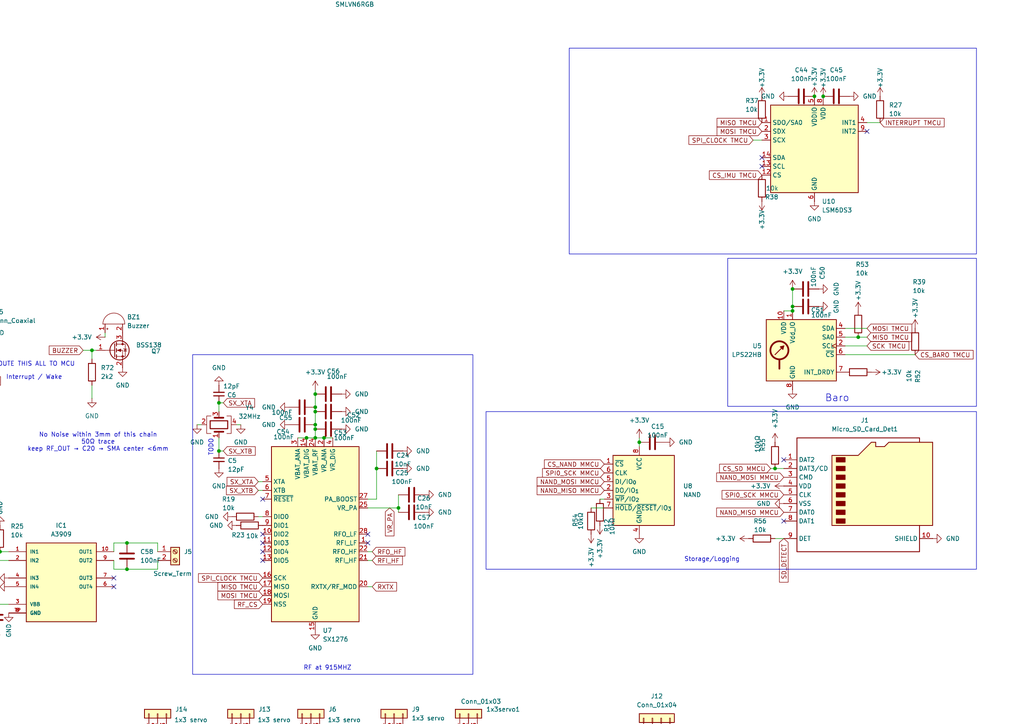
<source format=kicad_sch>
(kicad_sch (version 20250114) (generator "eeschema") (generator_version "9.0")
  (paper "A4")
  (rectangle (start 55.88 102.87) (end 137.16 195.58))
  (rectangle (start 211.074 74.93) (end 283.21 117.856))
  (rectangle (start 140.97 119.38) (end 283.21 165.1))
  (rectangle (start 165.1 13.97) (end 283.21 73.66))
  (text "Motor Dir" (at -17.018 162.814 0) (effects (font (size 1.27 1.27))))
  (text "TODO" (at 61.214 129.794 90) (effects (font (size 1.27 1.27))))
  (text "C4's ground connects to a low-impedance \nground plane with a via right at the pad." (at -52.832 65.024 0) (effects (font (size 1.27 1.27))))
  (text "Storage/Logging" (at 206.502 162.306 0) (effects (font (size 1.27 1.27))))
  (text "ROUTE THIS ALL TO MCU" (at 9.906 105.664 0) (effects (font (size 1.27 1.27))))
  (text "Baro" (at 242.824 115.57 0) (effects (font (size 2.032 2.032))))
  (text "Interrupt / Wake" (at 9.906 109.474 0) (effects (font (size 1.27 1.27))))
  (text "No Noise within 3mm of this chain\n50 Ω trace\nkeep RF_OUT → C20 → SMA center < 6 mm" (at 28.448 128.27 0) (effects (font (size 1.27 1.27))))
  (text "RF at 915MHZ" (at 94.996 193.802 0) (effects (font (size 1.27 1.27))))
  (junction (at -83.82 90.17))
  (junction (at 224.79 135.89))
  (junction (at 238.76 27.94))
  (junction (at 38.1 278.13))
  (junction (at 63.5 116.84))
  (junction (at 26.67 101.6))
  (junction (at -27.94 104.14))
  (junction (at 248.92 97.79))
  (junction (at -25.4 134.62))
  (junction (at 93.98 127))
  (junction (at 91.44 -15.24))
  (junction (at 229.87 88.9))
  (junction (at 115.57 147.32))
  (junction (at 36.83 165.1))
  (junction (at 36.83 157.48))
  (junction (at 88.9 127))
  (junction (at 91.44 -10.16))
  (junction (at 229.87 83.82))
  (junction (at 91.44 123.19))
  (junction (at 38.1 266.7))
  (junction (at -25.4 83.82))
  (junction (at -27.94 109.22))
  (junction (at 91.44 127))
  (junction (at -25.4 86.36))
  (junction (at 109.22 135.89))
  (junction (at 91.44 124.46))
  (junction (at 74.93 276.86))
  (junction (at -15.24 91.44))
  (junction (at -2.54 162.56))
  (junction (at 185.42 128.27))
  (junction (at 74.93 265.43))
  (junction (at 91.44 114.3))
  (junction (at 63.5 130.81))
  (junction (at 0 160.02))
  (junction (at 229.87 90.17))
  (junction (at 91.44 118.11))
  (junction (at -88.9 134.62))
  (junction (at -1.27 175.26))
  (junction (at 236.22 27.94))
  (junction (at 91.44 119.38))
  (no_connect (at -83.82 109.22))
  (no_connect (at -83.82 124.46))
  (no_connect (at -27.94 124.46))
  (no_connect (at 76.2 154.94))
  (no_connect (at -83.82 86.36))
  (no_connect (at 106.68 157.48))
  (no_connect (at -83.82 99.06))
  (no_connect (at 76.2 144.78))
  (no_connect (at -83.82 127))
  (no_connect (at -83.82 121.92))
  (no_connect (at -83.82 111.76))
  (no_connect (at 76.2 160.02))
  (no_connect (at 227.33 151.13))
  (no_connect (at -83.82 81.28))
  (no_connect (at -27.94 132.08))
  (no_connect (at 220.98 48.26))
  (no_connect (at -83.82 104.14))
  (no_connect (at -83.82 83.82))
  (no_connect (at -83.82 93.98))
  (no_connect (at 220.98 45.72))
  (no_connect (at -27.94 111.76))
  (no_connect (at -83.82 101.6))
  (no_connect (at 227.33 133.35))
  (no_connect (at 33.02 167.64))
  (no_connect (at 106.68 154.94))
  (no_connect (at -27.94 129.54))
  (no_connect (at 33.02 170.18))
  (no_connect (at -83.82 129.54))
  (no_connect (at -83.82 116.84))
  (no_connect (at 76.2 162.56))
  (no_connect (at 76.2 157.48))
  (no_connect (at -83.82 96.52))
  (no_connect (at -83.82 106.68))
  (no_connect (at -83.82 132.08))
  (no_connect (at -83.82 119.38))
  (no_connect (at -27.94 127))
  (no_connect (at 251.46 38.1))
  (wire (pts (xy 91.44 -15.24) (xy 91.44 -10.16)))
  (wire (pts (xy 67.31 265.43) (xy 74.93 265.43)))
  (wire (pts (xy 185.42 127) (xy 185.42 128.27)))
  (wire (pts (xy 77.47 265.43) (xy 77.47 266.7)))
  (wire (pts (xy 106.68 147.32) (xy 115.57 147.32)))
  (wire (pts (xy 223.52 135.89) (xy 224.79 135.89)))
  (wire (pts (xy 71.12 276.86) (xy 67.31 280.67)))
  (wire (pts (xy 38.1 266.7) (xy 38.1 267.97)))
  (wire (pts (xy 251.46 95.25) (xy 245.11 95.25)))
  (wire (pts (xy 57.15 123.19) (xy 58.42 123.19)))
  (wire (pts (xy 45.72 212.09) (xy 45.72 222.25)))
  (wire (pts (xy 224.79 156.21) (xy 227.33 156.21)))
  (wire (pts (xy 30.48 96.52) (xy 30.48 97.79)))
  (wire (pts (xy 74.93 139.7) (xy 76.2 139.7)))
  (wire (pts (xy 229.87 88.9) (xy 229.87 90.17)))
  (wire (pts (xy -83.82 90.17) (xy -83.82 88.9)))
  (wire (pts (xy -22.86 110.49) (xy -27.94 110.49)))
  (wire (pts (xy 26.67 101.6) (xy 27.94 101.6)))
  (wire (pts (xy 36.83 157.48) (xy 45.72 157.48)))
  (wire (pts (xy -27.94 88.9) (xy -25.4 88.9)))
  (wire (pts (xy 90.17 222.25) (xy 90.17 212.09)))
  (wire (pts (xy 255.27 35.56) (xy 251.46 35.56)))
  (wire (pts (xy -8.89 175.26) (xy -1.27 175.26)))
  (wire (pts (xy 251.46 100.33) (xy 245.11 100.33)))
  (wire (pts (xy 86.36 127) (xy 88.9 127)))
  (wire (pts (xy 97.79 -10.16) (xy 91.44 -10.16)))
  (wire (pts (xy 91.44 118.11) (xy 91.44 119.38)))
  (wire (pts (xy 24.13 101.6) (xy 26.67 101.6)))
  (wire (pts (xy -27.94 81.28) (xy -25.4 81.28)))
  (wire (pts (xy -15.24 91.44) (xy -11.43 91.44)))
  (wire (pts (xy 107.95 160.02) (xy 106.68 160.02)))
  (wire (pts (xy 38.1 279.4) (xy 38.1 278.13)))
  (wire (pts (xy -27.94 86.36) (xy -25.4 86.36)))
  (wire (pts (xy 91.44 -10.16) (xy 91.44 -5.08)))
  (wire (pts (xy -24.13 83.82) (xy -25.4 83.82)))
  (wire (pts (xy -2.54 162.56) (xy 2.54 162.56)))
  (wire (pts (xy -25.4 81.28) (xy -25.4 83.82)))
  (wire (pts (xy 74.93 276.86) (xy 71.12 276.86)))
  (wire (pts (xy -27.94 101.6) (xy -19.05 101.6)))
  (wire (pts (xy -27.94 104.14) (xy -27.94 105.41)))
  (wire (pts (xy 106.68 144.78) (xy 109.22 144.78)))
  (wire (pts (xy 91.44 123.19) (xy 91.44 124.46)))
  (wire (pts (xy 227.33 90.17) (xy 229.87 90.17)))
  (wire (pts (xy -25.4 83.82) (xy -25.4 86.36)))
  (wire (pts (xy 115.57 147.32) (xy 115.57 148.59)))
  (wire (pts (xy 265.43 102.87) (xy 245.11 102.87)))
  (wire (pts (xy 171.45 147.32) (xy 175.26 147.32)))
  (wire (pts (xy 33.02 165.1) (xy 33.02 162.56)))
  (wire (pts (xy 91.44 113.03) (xy 91.44 114.3)))
  (wire (pts (xy 107.95 170.18) (xy 106.68 170.18)))
  (wire (pts (xy 69.85 123.19) (xy 68.58 123.19)))
  (wire (pts (xy -95.25 134.62) (xy -88.9 134.62)))
  (wire (pts (xy 69.85 222.25) (xy 69.85 212.09)))
  (wire (pts (xy -87.63 90.17) (xy -83.82 90.17)))
  (wire (pts (xy -1.27 175.26) (xy 2.54 175.26)))
  (wire (pts (xy -27.94 105.41) (xy -24.13 105.41)))
  (wire (pts (xy 74.93 142.24) (xy 76.2 142.24)))
  (wire (pts (xy 109.22 135.89) (xy 109.22 144.78)))
  (wire (pts (xy 224.79 135.89) (xy 227.33 135.89)))
  (wire (pts (xy 218.44 40.64) (xy 220.98 40.64)))
  (wire (pts (xy -20.32 91.44) (xy -15.24 91.44)))
  (wire (pts (xy 107.95 162.56) (xy 106.68 162.56)))
  (wire (pts (xy 64.77 130.81) (xy 63.5 130.81)))
  (wire (pts (xy 36.83 165.1) (xy 45.72 165.1)))
  (wire (pts (xy 173.99 144.78) (xy 175.26 144.78)))
  (wire (pts (xy 74.93 287.02) (xy 74.93 285.75)))
  (wire (pts (xy -88.9 134.62) (xy -83.82 134.62)))
  (wire (pts (xy 248.92 97.79) (xy 245.11 97.79)))
  (wire (pts (xy 40.64 266.7) (xy 40.64 267.97)))
  (wire (pts (xy -25.4 134.62) (xy -27.94 134.62)))
  (wire (pts (xy -27.94 110.49) (xy -27.94 109.22)))
  (wire (pts (xy 26.67 111.76) (xy 26.67 115.57)))
  (wire (pts (xy 97.79 -15.24) (xy 91.44 -15.24)))
  (wire (pts (xy 88.9 127) (xy 91.44 127)))
  (wire (pts (xy 33.02 165.1) (xy 36.83 165.1)))
  (wire (pts (xy 30.48 266.7) (xy 38.1 266.7)))
  (wire (pts (xy 115.57 143.51) (xy 115.57 147.32)))
  (wire (pts (xy 91.44 -5.08) (xy 97.79 -5.08)))
  (wire (pts (xy 114.3 222.25) (xy 114.3 212.09)))
  (wire (pts (xy 91.44 -19.05) (xy 91.44 -15.24)))
  (wire (pts (xy 185.42 128.27) (xy 185.42 129.54)))
  (wire (pts (xy 93.98 127) (xy 96.52 127)))
  (wire (pts (xy -5.08 160.02) (xy 0 160.02)))
  (wire (pts (xy 0 160.02) (xy 2.54 160.02)))
  (wire (pts (xy 26.67 101.6) (xy 26.67 104.14)))
  (wire (pts (xy 63.5 116.84) (xy 63.5 119.38)))
  (wire (pts (xy 38.1 278.13) (xy 34.29 278.13)))
  (wire (pts (xy -5.08 162.56) (xy -2.54 162.56)))
  (wire (pts (xy 38.1 288.29) (xy 38.1 287.02)))
  (wire (pts (xy -83.82 90.17) (xy -83.82 91.44)))
  (wire (pts (xy 229.87 83.82) (xy 229.87 88.9)))
  (wire (pts (xy 63.5 130.81) (xy 63.5 127)))
  (wire (pts (xy -27.94 83.82) (xy -25.4 83.82)))
  (wire (pts (xy -25.4 86.36) (xy -25.4 88.9)))
  (wire (pts (xy 45.72 157.48) (xy 45.72 160.02)))
  (wire (pts (xy 91.44 127) (xy 93.98 127)))
  (wire (pts (xy 74.93 278.13) (xy 74.93 276.86)))
  (wire (pts (xy 33.02 157.48) (xy 33.02 160.02)))
  (wire (pts (xy 135.89 222.25) (xy 135.89 212.09)))
  (wire (pts (xy 74.93 149.86) (xy 76.2 149.86)))
  (wire (pts (xy 109.22 130.81) (xy 109.22 135.89)))
  (wire (pts (xy 91.44 114.3) (xy 91.44 118.11)))
  (wire (pts (xy 91.44 124.46) (xy 91.44 127)))
  (wire (pts (xy -10.16 110.49) (xy -15.24 110.49)))
  (wire (pts (xy 74.93 265.43) (xy 74.93 266.7)))
  (wire (pts (xy 34.29 278.13) (xy 30.48 281.94)))
  (wire (pts (xy -21.59 134.62) (xy -25.4 134.62)))
  (wire (pts (xy 33.02 157.48) (xy 36.83 157.48)))
  (wire (pts (xy 91.44 119.38) (xy 91.44 123.19)))
  (wire (pts (xy 64.77 116.84) (xy 63.5 116.84)))
  (wire (pts (xy 251.46 97.79) (xy 248.92 97.79)))
  (wire (pts (xy 45.72 165.1) (xy 45.72 162.56)))
  (global_label "I2C0_SDA" (shape input) (at -27.94 121.92 0) (property "Intersheetrefs" "${INTERSHEET_REFS}" (effects (hide yes))))
  (global_label "SPI0_SCK MMCU" (shape input) (at 175.26 137.16 180) (property "Intersheetrefs" "${INTERSHEET_REFS}" (effects (hide yes))))
  (global_label "RXTX" (shape input) (at 107.95 170.18 0) (property "Intersheetrefs" "${INTERSHEET_REFS}" (effects (hide yes))))
  (global_label "MOSI TMCU" (shape input) (at 76.2 172.72 180) (property "Intersheetrefs" "${INTERSHEET_REFS}" (effects (hide yes))))
  (global_label "CS_SD MMCU" (shape input) (at 223.52 135.89 180) (property "Intersheetrefs" "${INTERSHEET_REFS}" (effects (hide yes))))
  (global_label "BGM_INT" (shape input) (at -10.16 110.49 0) (property "Intersheetrefs" "${INTERSHEET_REFS}" (effects (hide yes))))
  (global_label "2R" (shape input) (at 115.57 -15.24 0) (property "Intersheetrefs" "${INTERSHEET_REFS}" (effects (hide yes))))
  (global_label "RFI_HF" (shape input) (at 107.95 162.56 0) (property "Intersheetrefs" "${INTERSHEET_REFS}" (effects (hide yes))))
  (global_label "mosfet2_signalfire" (shape input) (at 82.55 279.4 270) (property "Intersheetrefs" "${INTERSHEET_REFS}" (effects (hide yes))))
  (global_label "2G" (shape input) (at 115.57 -10.16 0) (property "Intersheetrefs" "${INTERSHEET_REFS}" (effects (hide yes))))
  (global_label "BGM_CS" (shape input) (at -27.94 114.3 0) (property "Intersheetrefs" "${INTERSHEET_REFS}" (effects (hide yes))))
  (global_label "mosfet3_signal" (shape input) (at 97.79 234.95 270) (property "Intersheetrefs" "${INTERSHEET_REFS}" (effects (hide yes))))
  (global_label "PWM1" (shape input) (at -5.08 160.02 180) (property "Intersheetrefs" "${INTERSHEET_REFS}" (effects (hide yes))))
  (global_label "INTERRUPT TMCU" (shape input) (at 255.27 35.56 0) (property "Intersheetrefs" "${INTERSHEET_REFS}" (effects (hide yes))))
  (global_label "SPI_CLOCK TMCU" (shape input) (at 218.44 40.64 180) (property "Intersheetrefs" "${INTERSHEET_REFS}" (effects (hide yes))))
  (global_label "2B" (shape input) (at 115.57 -5.08 0) (property "Intersheetrefs" "${INTERSHEET_REFS}" (effects (hide yes))))
  (global_label "SPI_CLOCK TMCU" (shape input) (at 76.2 167.64 180) (property "Intersheetrefs" "${INTERSHEET_REFS}" (effects (hide yes))))
  (global_label "MISO TMCU" (shape input) (at 76.2 170.18 180) (property "Intersheetrefs" "${INTERSHEET_REFS}" (effects (hide yes))))
  (global_label "SERVO1" (shape input) (at 43.18 212.09 270) (property "Intersheetrefs" "${INTERSHEET_REFS}" (effects (hide yes))))
  (global_label "CS_BARO TMCU" (shape input) (at 265.43 102.87 0) (property "Intersheetrefs" "${INTERSHEET_REFS}" (effects (hide yes))))
  (global_label "DIR1" (shape input) (at -5.08 162.56 180) (property "Intersheetrefs" "${INTERSHEET_REFS}" (effects (hide yes))))
  (global_label "mosfet2_signal" (shape input) (at 77.47 234.95 270) (property "Intersheetrefs" "${INTERSHEET_REFS}" (effects (hide yes))))
  (global_label "BUZZER" (shape input) (at 24.13 101.6 180) (property "Intersheetrefs" "${INTERSHEET_REFS}" (effects (hide yes))))
  (global_label "SX_XTB" (shape input) (at 74.93 142.24 180) (property "Intersheetrefs" "${INTERSHEET_REFS}" (effects (hide yes))))
  (global_label "SERVO5" (shape input) (at 133.35 212.09 270) (property "Intersheetrefs" "${INTERSHEET_REFS}" (effects (hide yes))))
  (global_label "VR_PA" (shape input) (at 113.03 147.32 270) (property "Intersheetrefs" "${INTERSHEET_REFS}" (effects (hide yes))))
  (global_label "NAND_MOSI MMCU" (shape input) (at 227.33 138.43 180) (property "Intersheetrefs" "${INTERSHEET_REFS}" (effects (hide yes))))
  (global_label "SWCLK DMCU-1" (shape input) (at -27.94 116.84 0) (property "Intersheetrefs" "${INTERSHEET_REFS}" (effects (hide yes))))
  (global_label "CS_NAND MMCU" (shape input) (at 175.26 134.62 180) (property "Intersheetrefs" "${INTERSHEET_REFS}" (effects (hide yes))))
  (global_label "MOSI TMCU" (shape input) (at 251.46 95.25 0) (property "Intersheetrefs" "${INTERSHEET_REFS}" (effects (hide yes))))
  (global_label "RF_CS" (shape input) (at 76.2 175.26 180) (property "Intersheetrefs" "${INTERSHEET_REFS}" (effects (hide yes))))
  (global_label "SERVO2" (shape input) (at 67.31 212.09 270) (property "Intersheetrefs" "${INTERSHEET_REFS}" (effects (hide yes))))
  (global_label "NAND_MISO MMCU" (shape input) (at 227.33 148.59 180) (property "Intersheetrefs" "${INTERSHEET_REFS}" (effects (hide yes))))
  (global_label "NAND_MOSI MMCU" (shape input) (at 175.26 139.7 180) (property "Intersheetrefs" "${INTERSHEET_REFS}" (effects (hide yes))))
  (global_label "SERVO3" (shape input) (at 87.63 212.09 270) (property "Intersheetrefs" "${INTERSHEET_REFS}" (effects (hide yes))))
  (global_label "SX_XTB" (shape input) (at 64.77 130.81 0) (property "Intersheetrefs" "${INTERSHEET_REFS}" (effects (hide yes))))
  (global_label "MISO TMCU" (shape input) (at 220.98 35.56 180) (property "Intersheetrefs" "${INTERSHEET_REFS}" (effects (hide yes))))
  (global_label "RFO_HF" (shape input) (at 107.95 160.02 0) (property "Intersheetrefs" "${INTERSHEET_REFS}" (effects (hide yes))))
  (global_label "SD_DETECT" (shape input) (at 227.33 156.21 270) (property "Intersheetrefs" "${INTERSHEET_REFS}" (effects (hide yes))))
  (global_label "BGM_RESET" (shape input) (at -16.51 105.41 0) (property "Intersheetrefs" "${INTERSHEET_REFS}" (effects (hide yes))))
  (global_label "CAM_RX" (shape input) (at 191.77 213.36 270) (property "Intersheetrefs" "${INTERSHEET_REFS}" (effects (hide yes))))
  (global_label "SERVO4" (shape input) (at 111.76 212.09 270) (property "Intersheetrefs" "${INTERSHEET_REFS}" (effects (hide yes))))
  (global_label "SX_XTA" (shape input) (at 74.93 139.7 180) (property "Intersheetrefs" "${INTERSHEET_REFS}" (effects (hide yes))))
  (global_label "SCK TMCU" (shape input) (at 251.46 100.33 0) (property "Intersheetrefs" "${INTERSHEET_REFS}" (effects (hide yes))))
  (global_label "NAND_MISO MMCU" (shape input) (at 175.26 142.24 180) (property "Intersheetrefs" "${INTERSHEET_REFS}" (effects (hide yes))))
  (global_label "SPI0_SCK MMCU" (shape input) (at 227.33 143.51 180) (property "Intersheetrefs" "${INTERSHEET_REFS}" (effects (hide yes))))
  (global_label "CS_IMU TMCU" (shape input) (at 220.98 50.8 180) (property "Intersheetrefs" "${INTERSHEET_REFS}" (effects (hide yes))))
  (global_label "I2C0_SCL" (shape input) (at -27.94 119.38 0) (property "Intersheetrefs" "${INTERSHEET_REFS}" (effects (hide yes))))
  (global_label "mosfet4_signal" (shape input) (at 121.92 234.95 270) (property "Intersheetrefs" "${INTERSHEET_REFS}" (effects (hide yes))))
  (global_label "CAM_TX" (shape input) (at 194.31 213.36 270) (property "Intersheetrefs" "${INTERSHEET_REFS}" (effects (hide yes))))
  (global_label "mosfet1_signalfire" (shape input) (at 45.72 280.67 270) (property "Intersheetrefs" "${INTERSHEET_REFS}" (effects (hide yes))))
  (global_label "mosfet1_signal" (shape input) (at 53.34 234.95 270) (property "Intersheetrefs" "${INTERSHEET_REFS}" (effects (hide yes))))
  (global_label "MOSI TMCU" (shape input) (at 220.98 38.1 180) (property "Intersheetrefs" "${INTERSHEET_REFS}" (effects (hide yes))))
  (global_label "SX_XTA" (shape input) (at 64.77 116.84 0) (property "Intersheetrefs" "${INTERSHEET_REFS}" (effects (hide yes))))
  (global_label "mosfet5_signal" (shape input) (at 143.51 234.95 270) (property "Intersheetrefs" "${INTERSHEET_REFS}" (effects (hide yes))))
  (global_label "MISO TMCU" (shape input) (at 251.46 97.79 0) (property "Intersheetrefs" "${INTERSHEET_REFS}" (effects (hide yes))))
  (symbol (lib_id "Connector:Conn_Coaxial") (at -6.35 91.44 0) (unit 1)
    (property "Reference" "J25" (at -2.54 90.4631 0) (effects (justify left)))
    (property "Value" "Conn_Coaxial" (at -2.54 93.0031 0) (effects (justify left)))
    (property "Footprint" "SMA_CONNECTOR:LPRS_SMA_CONNECTOR" (effects (hide yes)))
    (property "Description" "coaxial connector (BNC, SMA, SMB, SMC, Cinch/RCA, LEMO, ...)" (effects (hide yes)))
  )
  (symbol (lib_id "power:+3.3V") (at -27.94 104.14 270) (unit 1)
    (property "Reference" "#PWR018" (effects (hide yes)))
    (property "Value" "+3.3V" (at -29.21 102.362 90) (effects (justify left)))
    (property "Description" "Power symbol creates a global label with name \"+3.3V\"" (effects (hide yes)))
  )
  (symbol (lib_id "power:GND") (at 227.33 146.05 270) (unit 1)
    (property "Reference" "#PWR068" (effects (hide yes)))
    (property "Value" "GND" (at 223.52 146.0499 90) (effects (justify right)))
    (property "Description" "Power symbol creates a global label with name \"GND\" , ground" (effects (hide yes)))
  )
  (symbol (lib_id "Device:C") (at 119.38 143.51 90) (unit 1)
    (property "Reference" "C26" (at 122.936 144.526 90))
    (property "Value" "10nF" (at 122.936 147.066 90))
    (property "Footprint" "Capacitor_SMD:C_0603_1608Metric" (effects (hide yes)))
    (property "Description" "Unpolarized capacitor" (effects (hide yes)))
  )
  (symbol (lib_id "power:GND") (at 35.56 106.68 0) (unit 1)
    (property "Reference" "#PWR0121" (effects (hide yes)))
    (property "Value" "GND" (at 35.56 111.76 0))
    (property "Description" "Power symbol creates a global label with name \"GND\" , ground" (effects (hide yes)))
  )
  (symbol (lib_id "RF:SX1276") (at 91.44 154.94 0) (unit 1)
    (property "Reference" "U7" (at 93.5833 182.88 0) (effects (justify left)))
    (property "Value" "SX1276" (at 93.5833 185.42 0) (effects (justify left)))
    (property "Footprint" "Package_DFN_QFN:QFN-28-1EP_6x6mm_P0.65mm_EP4.8x4.8mm" (effects (hide yes)))
    (property "Datasheet" "https://semtech.my.salesforce.com/sfc/p/#E0000000JelG/a/2R0000001Rbr/6EfVZUorrpoKFfvaF_Fkpgp5kzjiNyiAbqcpqh9qSjE" (effects (hide yes)))
    (property "Description" "137 MHz to 1020 MHz Low Power Long Range Transceiver, spreading factor from 6 to 12, LoRA, QFN-28" (effects (hide yes)))
  )
  (symbol (lib_id "Device:R") (at -20.32 105.41 90) (unit 1)
    (property "Reference" "R1" (at -20.32 102.87 90))
    (property "Value" "10 kΩ" (at -20.32 105.41 90))
    (property "Footprint" "Resistor_SMD:R_0603_1608Metric" (effects (hide yes)))
    (property "Description" "Resistor" (effects (hide yes)))
  )
  (symbol (lib_id "power:GND") (at 270.51 156.21 90) (unit 1)
    (property "Reference" "#PWR069" (effects (hide yes)))
    (property "Value" "GND" (at 274.32 156.2099 90) (effects (justify right)))
    (property "Description" "Power symbol creates a global label with name \"GND\" , ground" (effects (hide yes)))
  )
  (symbol (lib_id "Device:C") (at -25.4 138.43 180) (unit 1)
    (property "Reference" "C2" (at -20.32 137.1599 0) (effects (justify right)))
    (property "Value" "100 nF" (at -20.32 139.6999 0) (effects (justify right)))
    (property "Footprint" "Capacitor_SMD:C_0603_1608Metric" (effects (hide yes)))
    (property "Description" "Unpolarized capacitor" (effects (hide yes)))
  )
  (symbol (lib_id "Device:L") (at -24.13 91.44 90) (unit 1)
    (property "Reference" "L3" (at -21.844 86.868 90))
    (property "Value" "3.9 nH" (at -21.844 89.408 90))
    (property "Footprint" "Inductor_SMD:L_0603_1608Metric" (effects (hide yes)))
    (property "Description" "Inductor" (effects (hide yes)))
  )
  (symbol (lib_id "power:+3.3V") (at 248.92 90.17 0) (unit 1)
    (property "Reference" "#PWR0114" (effects (hide yes)))
    (property "Value" "+3.3V" (at 248.92 84.328 90))
    (property "Description" "Power symbol creates a global label with name \"+3.3V\"" (effects (hide yes)))
  )
  (symbol (lib_id "power:GND") (at 2.54 177.8 0) (unit 1)
    (property "Reference" "#PWR082" (effects (hide yes)))
    (property "Value" "GND" (at 2.54 180.848 90) (effects (justify right)))
    (property "Description" "Power symbol creates a global label with name \"GND\" , ground" (effects (hide yes)))
  )
  (symbol (lib_id "power:GND") (at -25.4 142.24 0) (unit 1)
    (property "Reference" "#PWR05" (effects (hide yes)))
    (property "Value" "GND" (at -25.4 147.32 0))
    (property "Description" "Power symbol creates a global label with name \"GND\" , ground" (effects (hide yes)))
  )
  (symbol (lib_id "power:GND") (at 138.43 212.09 0) (unit 1)
    (property "Reference" "#PWR0117" (effects (hide yes)))
    (property "Value" "GND" (at 138.4301 215.9 90) (effects (justify right)))
    (property "Description" "Power symbol creates a global label with name \"GND\" , ground" (effects (hide yes)))
  )
  (symbol (lib_id "Device:LED") (at 67.31 269.24 270) (unit 1)
    (property "Reference" "D4" (at 62.23 267.716 90) (effects (justify left)))
    (property "Value" "LED" (at 61.214 269.494 90) (effects (justify left)))
    (property "Footprint" "LED_SMD:LED_0603_1608Metric" (effects (hide yes)))
    (property "Description" "Light emitting diode" (effects (hide yes)))
    (property "Sim.Pins" "1=K 2=A" (effects (hide yes)))
  )
  (symbol (lib_id "power:GND") (at 67.31 149.86 270) (unit 1)
    (property "Reference" "#PWR075" (effects (hide yes)))
    (property "Value" "GND" (at 63.5 149.8599 90) (effects (justify right)))
    (property "Description" "Power symbol creates a global label with name \"GND\" , ground" (effects (hide yes)))
  )
  (symbol (lib_id "power:+5V") (at -8.89 175.26 90) (unit 1)
    (property "Reference" "#PWR081" (effects (hide yes)))
    (property "Value" "+5V" (at -12.7 175.2599 90) (effects (justify left)))
    (property "Description" "Power symbol creates a global label with name \"+5V\"" (effects (hide yes)))
  )
  (symbol (lib_id "Device:R") (at -2.54 158.75 0) (unit 1)
    (property "Reference" "R24" (at -9.144 155.194 0) (effects (justify left)))
    (property "Value" "10k" (at -9.144 157.734 0) (effects (justify left)))
    (property "Footprint" "Resistor_SMD:R_0603_1608Metric" (effects (hide yes)))
    (property "Description" "Resistor" (effects (hide yes)))
  )
  (symbol (lib_id "power:GND") (at 2.54 170.18 270) (unit 1)
    (property "Reference" "#PWR0161" (effects (hide yes)))
    (property "Value" "GND" (at 0 170.1799 90) (effects (justify right)))
    (property "Description" "Power symbol creates a global label with name \"GND\" , ground" (effects (hide yes)))
  )
  (symbol (lib_id "Device:C") (at 242.57 27.94 270) (unit 1)
    (property "Reference" "C45" (at 242.57 20.32 90))
    (property "Value" "100nF" (at 242.57 22.86 90))
    (property "Footprint" "Capacitor_SMD:C_0603_1608Metric" (effects (hide yes)))
    (property "Description" "Unpolarized capacitor" (effects (hide yes)))
  )
  (symbol (lib_id "Device:Buzzer") (at 33.02 93.98 90) (unit 1)
    (property "Reference" "BZ1" (at 36.83 91.9548 90) (effects (justify right)))
    (property "Value" "Buzzer" (at 36.83 94.4948 90) (effects (justify right)))
    (property "Footprint" "Buzzer_Beeper:MagneticBuzzer_PUI_AT-0927-TT-6-R" (effects (hide yes)))
    (property "Description" "Buzzer, polarized" (effects (hide yes)))
  )
  (symbol (lib_id "Transistor_FET:IRLML6402") (at 77.47 271.78 180) (unit 1)
    (property "Reference" "Q9" (at 71.12 270.5099 0) (effects (justify left)))
    (property "Value" "IRLML6402" (at 71.12 273.0499 0) (effects (justify left)))
    (property "Footprint" "Package_TO_SOT_SMD:SOT-23" (effects (hide yes)))
    (property "Datasheet" "https://www.infineon.com/dgdl/irlml6402pbf.pdf?fileId=5546d462533600a401535668d5c2263c" (effects (hide yes)))
    (property "Description" "-3.7A Id, -20V Vds, 65mOhm Rds, P-Channel HEXFET Power MOSFET, SOT-23" (effects (hide yes)))
  )
  (symbol (lib_id "power:+3.3V") (at 224.79 128.27 0) (unit 1)
    (property "Reference" "#PWR0128" (effects (hide yes)))
    (property "Value" "+3.3V" (at 224.7901 124.46 90) (effects (justify left)))
    (property "Description" "Power symbol creates a global label with name \"+3.3V\"" (effects (hide yes)))
  )
  (symbol (lib_id "power:GND") (at 123.19 148.59 90) (unit 1)
    (property "Reference" "#PWR0159" (effects (hide yes)))
    (property "Value" "GND" (at 127 148.5899 90) (effects (justify right)))
    (property "Description" "Power symbol creates a global label with name \"GND\" , ground" (effects (hide yes)))
  )
  (symbol (lib_id "power:GND") (at -87.63 90.17 270) (unit 1)
    (property "Reference" "#PWR015" (effects (hide yes)))
    (property "Value" "GND" (at -90.17 90.1699 90) (effects (justify right)))
    (property "Description" "Power symbol creates a global label with name \"GND\" , ground" (effects (hide yes)))
  )
  (symbol (lib_id "Device:C") (at 113.03 130.81 90) (unit 1)
    (property "Reference" "C24" (at 116.84 132.08 90))
    (property "Value" "10nF" (at 116.84 134.62 90))
    (property "Footprint" "Capacitor_SMD:C_0603_1608Metric" (effects (hide yes)))
    (property "Description" "Unpolarized capacitor" (effects (hide yes)))
  )
  (symbol (lib_id "power:GND") (at -2.54 154.94 180) (unit 1)
    (property "Reference" "#PWR084" (effects (hide yes)))
    (property "Value" "GND" (at -2.54 151.892 90) (effects (justify right)))
    (property "Description" "Power symbol creates a global label with name \"GND\" , ground" (effects (hide yes)))
  )
  (symbol (lib_id "power:GND") (at 57.15 123.19 0) (unit 1)
    (property "Reference" "#PWR0237" (effects (hide yes)))
    (property "Value" "GND" (at 57.15 128.27 0))
    (property "Description" "Power symbol creates a global label with name \"GND\" , ground" (effects (hide yes)))
  )
  (symbol (lib_id "Connector_Generic:Conn_01x04") (at 189.23 208.28 90) (unit 1)
    (property "Reference" "J12" (at 190.5 201.93 90))
    (property "Value" "Conn_01x04" (at 190.5 204.47 90))
    (property "Footprint" "Connector_PinHeader_2.54mm:PinHeader_1x04_P2.54mm_Vertical" (effects (hide yes)))
    (property "Description" "Generic connector, single row, 01x04, script generated (kicad-library-utils/schlib/autogen/connector/)" (effects (hide yes)))
  )
  (symbol (lib_id "power:GND") (at 48.26 267.97 90) (unit 1)
    (property "Reference" "#PWR0176" (effects (hide yes)))
    (property "Value" "GND" (at 53.34 267.9699 90) (effects (justify right)))
    (property "Description" "Power symbol creates a global label with name \"GND\" , ground" (effects (hide yes)))
  )
  (symbol (lib_id "Transistor_FET:IRLML6402") (at 48.26 227.33 180) (unit 1)
    (property "Reference" "Q1" (at 41.91 226.0599 0) (effects (justify left)))
    (property "Value" "IRLML6402" (at 41.91 228.5999 0) (effects (justify left)))
    (property "Footprint" "Package_TO_SOT_SMD:SOT-23" (effects (hide yes)))
    (property "Datasheet" "https://www.infineon.com/dgdl/irlml6402pbf.pdf?fileId=5546d462533600a401535668d5c2263c" (effects (hide yes)))
    (property "Description" "-3.7A Id, -20V Vds, 65mOhm Rds, P-Channel HEXFET Power MOSFET, SOT-23" (effects (hide yes)))
  )
  (symbol (lib_id "LED:SMLVN6RGB") (at 102.87 -10.16 180) (unit 1)
    (property "Reference" "D16" (effects (hide yes)))
    (property "Value" "SMLVN6RGB" (at 102.87 1.27 0))
    (property "Footprint" "LED_SMD:LED_ROHM_SMLVN6" (effects (hide yes)))
    (property "Datasheet" "https://www.rohm.com/datasheet/SMLVN6RGB1U" (effects (hide yes)))
    (property "Description" "High Brightness Tri-Color LED, RGB, 3.5x2.8mm" (effects (hide yes)))
  )
  (symbol (lib_id "power:+3.3V") (at 265.43 95.25 0) (unit 1)
    (property "Reference" "#PWR0112" (effects (hide yes)))
    (property "Value" "+3.3V" (at 265.43 89.408 90))
    (property "Description" "Power symbol creates a global label with name \"+3.3V\"" (effects (hide yes)))
  )
  (symbol (lib_id "Connector:Screw_Terminal_01x02") (at 74.93 260.35 90) (unit 1)
    (property "Reference" "J20" (at 66.04 254.254 90) (effects (justify right)))
    (property "Value" "Screw_Terminal_01x02" (at 66.04 256.794 90) (effects (justify right)))
    (property "Footprint" "TerminalBlock_Phoenix:TerminalBlock_Phoenix_MPT-0,5-2-2.54_1x02_P2.54mm_Horizontal" (effects (hide yes)))
    (property "Description" "Generic screw terminal, single row, 01x02, script generated (kicad-library-utils/schlib/autogen/connector/)" (effects (hide yes)))
  )
  (symbol (lib_id "power:+3.3V") (at 171.45 154.94 180) (unit 1)
    (property "Reference" "#PWR0127" (effects (hide yes)))
    (property "Value" "+3.3V" (at 171.4499 158.75 90) (effects (justify left)))
    (property "Description" "Power symbol creates a global label with name \"+3.3V\"" (effects (hide yes)))
  )
  (symbol (lib_id "Device:C") (at 87.63 118.11 90) (unit 1)
    (property "Reference" "C55" (at 84.836 121.158 90) (effects (justify left)))
    (property "Value" "100nF" (at 84.836 119.634 90) (effects (justify left)))
    (property "Footprint" "Capacitor_SMD:C_0603_1608Metric" (effects (hide yes)))
    (property "Description" "Unpolarized capacitor" (effects (hide yes)))
  )
  (symbol (lib_id "power:+3.3V") (at 255.27 27.94 0) (unit 1)
    (property "Reference" "#PWR093" (effects (hide yes)))
    (property "Value" "+3.3V" (at 255.27 22.606 90))
    (property "Description" "Power symbol creates a global label with name \"+3.3V\"" (effects (hide yes)))
  )
  (symbol (lib_id "Device:C") (at -1.27 179.07 180) (unit 1)
    (property "Reference" "C23" (at -7.112 180.848 90))
    (property "Value" "100 nF" (at -4.826 181.864 90))
    (property "Footprint" "Capacitor_SMD:C_0603_1608Metric" (effects (hide yes)))
    (property "Description" "Unpolarized capacitor" (effects (hide yes)))
  )
  (symbol (lib_id "Device:R") (at 71.12 149.86 90) (unit 1)
    (property "Reference" "R19" (at 66.294 144.78 90))
    (property "Value" "10k" (at 66.294 147.32 90))
    (property "Footprint" "Resistor_SMD:R_0603_1608Metric" (effects (hide yes)))
    (property "Description" "Resistor" (effects (hide yes)))
  )
  (symbol (lib_id "power:GND") (at 246.38 27.94 90) (unit 1)
    (property "Reference" "#PWR091" (effects (hide yes)))
    (property "Value" "GND" (at 250.19 27.9399 90) (effects (justify right)))
    (property "Description" "Power symbol creates a global label with name \"GND\" , ground" (effects (hide yes)))
  )
  (symbol (lib_id "Device:C") (at 36.83 161.29 0) (unit 1)
    (property "Reference" "C58" (at 40.64 160.0199 0) (effects (justify left)))
    (property "Value" "100nF" (at 40.64 162.5599 0) (effects (justify left)))
    (property "Footprint" "Capacitor_SMD:C_0603_1608Metric" (effects (hide yes)))
    (property "Description" "Unpolarized capacitor" (effects (hide yes)))
  )
  (symbol (lib_id "power:GND") (at 85.09 266.7 90) (unit 1)
    (property "Reference" "#PWR0178" (effects (hide yes)))
    (property "Value" "GND" (at 90.17 266.6999 90) (effects (justify right)))
    (property "Description" "Power symbol creates a global label with name \"GND\" , ground" (effects (hide yes)))
  )
  (symbol (lib_id "power:GND") (at 116.84 135.89 90) (unit 1)
    (property "Reference" "#PWR0157" (effects (hide yes)))
    (property "Value" "GND" (at 120.65 135.8899 90) (effects (justify right)))
    (property "Description" "Power symbol creates a global label with name \"GND\" , ground" (effects (hide yes)))
  )
  (symbol (lib_id "power:GND") (at 63.5 111.76 180) (unit 1)
    (property "Reference" "#PWR0148" (effects (hide yes)))
    (property "Value" "GND" (at 63.5 106.68 0))
    (property "Description" "Power symbol creates a global label with name \"GND\" , ground" (effects (hide yes)))
  )
  (symbol (lib_id "power:+3.3V") (at 217.17 156.21 90) (unit 1)
    (property "Reference" "#PWR0129" (effects (hide yes)))
    (property "Value" "+3.3V" (at 213.36 156.2099 90) (effects (justify left)))
    (property "Description" "Power symbol creates a global label with name \"+3.3V\"" (effects (hide yes)))
  )
  (symbol (lib_id "power:+3.3V") (at 229.87 83.82 0) (unit 1)
    (property "Reference" "#PWR063" (effects (hide yes)))
    (property "Value" "+3.3V" (at 229.87 78.74 0))
    (property "Description" "Power symbol creates a global label with name \"+3.3V\"" (effects (hide yes)))
  )
  (symbol (lib_id "power:GND") (at 116.84 130.81 90) (unit 1)
    (property "Reference" "#PWR0156" (effects (hide yes)))
    (property "Value" "GND" (at 120.65 130.8099 90) (effects (justify right)))
    (property "Description" "Power symbol creates a global label with name \"GND\" , ground" (effects (hide yes)))
  )
  (symbol (lib_id "Device:R") (at 74.93 281.94 180) (unit 1)
    (property "Reference" "R80" (at 77.216 280.67 0) (effects (justify right)))
    (property "Value" "10k" (at 77.216 283.21 0) (effects (justify right)))
    (property "Footprint" "Resistor_SMD:R_0603_1608Metric" (effects (hide yes)))
    (property "Description" "Resistor" (effects (hide yes)))
  )
  (symbol (lib_id "Device:R") (at 72.39 152.4 90) (unit 1)
    (property "Reference" "R23" (at 69.088 155.194 90))
    (property "Value" "10k" (at 73.152 155.448 90))
    (property "Footprint" "Resistor_SMD:R_0603_1608Metric" (effects (hide yes)))
    (property "Description" "Resistor" (effects (hide yes)))
  )
  (symbol (lib_id "Memory_Flash:W25Q128JVS") (at 185.42 142.24 0) (unit 1)
    (property "Reference" "U8" (at 198.12 140.9699 0) (effects (justify left)))
    (property "Value" "NAND" (at 198.12 143.5099 0) (effects (justify left)))
    (property "Footprint" "Package_SO:SOIC-8_5.3x5.3mm_P1.27mm" (effects (hide yes)))
    (property "Datasheet" "https://www.winbond.com/resource-files/w25q128jv_dtr%20revc%2003272018%20plus.pdf" (effects (hide yes)))
    (property "Description" "128Mbit / 16MiB Serial Flash Memory, Standard/Dual/Quad SPI, 2.7-3.6V, SOIC-8" (effects (hide yes)))
  )
  (symbol (lib_id "Device:C") (at 95.25 119.38 270) (unit 1)
    (property "Reference" "C52" (at 100.584 120.396 90) (effects (justify left)))
    (property "Value" "100nF" (at 98.806 121.92 90) (effects (justify left)))
    (property "Footprint" "Capacitor_SMD:C_0603_1608Metric" (effects (hide yes)))
    (property "Description" "Unpolarized capacitor" (effects (hide yes)))
  )
  (symbol (lib_id "Device:R") (at 111.76 -5.08 270) (unit 1)
    (property "Reference" "R92" (at 111.76 -5.334 90))
    (property "Value" "220" (at 111.76 -7.366 90))
    (property "Footprint" "Resistor_SMD:R_0603_1608Metric" (effects (hide yes)))
    (property "Description" "Resistor" (effects (hide yes)))
  )
  (symbol (lib_id "power:GND") (at 193.04 128.27 90) (unit 1)
    (property "Reference" "#PWR0115" (effects (hide yes)))
    (property "Value" "GND" (at 196.85 128.2699 90) (effects (justify right)))
    (property "Description" "Power symbol creates a global label with name \"GND\" , ground" (effects (hide yes)))
  )
  (symbol (lib_id "Device:R") (at 67.31 276.86 0) (unit 1)
    (property "Reference" "R59" (at 58.674 275.336 0) (effects (justify left)))
    (property "Value" "1k" (at 58.674 277.876 0) (effects (justify left)))
    (property "Footprint" "Resistor_SMD:R_0603_1608Metric" (effects (hide yes)))
    (property "Description" "Resistor" (effects (hide yes)))
  )
  (symbol (lib_id "Device:R") (at 224.79 132.08 0) (unit 1)
    (property "Reference" "R55" (at 221.234 129.032 90))
    (property "Value" "10kΩ" (at 219.71 128.778 90))
    (property "Footprint" "Resistor_SMD:R_0603_1608Metric" (effects (hide yes)))
    (property "Description" "Resistor" (effects (hide yes)))
  )
  (symbol (lib_id "Device:R") (at 121.92 231.14 180) (unit 1)
    (property "Reference" "R66" (at 124.46 229.8699 0) (effects (justify right)))
    (property "Value" "100" (at 124.46 232.4099 0) (effects (justify right)))
    (property "Footprint" "Resistor_SMD:R_0603_1608Metric" (effects (hide yes)))
    (property "Description" "Resistor" (effects (hide yes)))
  )
  (symbol (lib_id "Device:R") (at 111.76 -10.16 270) (unit 1)
    (property "Reference" "R91" (at 111.76 -10.16 90))
    (property "Value" "220" (at 111.76 -12.7 90))
    (property "Footprint" "Resistor_SMD:R_0603_1608Metric" (effects (hide yes)))
    (property "Description" "Resistor" (effects (hide yes)))
  )
  (symbol (lib_id "Sensor_Motion:LSM6DS3") (at 236.22 43.18 0) (unit 1)
    (property "Reference" "U10" (at 238.3633 58.42 0) (effects (justify left)))
    (property "Value" "LSM6DS3" (at 238.3633 60.96 0) (effects (justify left)))
    (property "Footprint" "Package_LGA:LGA-14_3x2.5mm_P0.5mm_LayoutBorder3x4y" (effects (hide yes)))
    (property "Datasheet" "https://www.st.com/resource/en/datasheet/lsm6ds3tr-c.pdf" (effects (hide yes)))
    (property "Description" "I2C/SPI, iNEMO inertial module: always-on 3D accelerometer and 3D gyroscope" (effects (hide yes)))
  )
  (symbol (lib_id "A3909:A3909") (at 17.78 167.64 0) (unit 1)
    (property "Reference" "IC1" (at 17.78 152.4 0))
    (property "Value" "A3909" (at 17.78 154.94 0))
    (property "Footprint" "A3909:MSOP10-PAD" (effects (hide yes)))
    (property "MF" "Allegro MicroSystems, LLC" (effects (hide yes)))
    (property "Description_1" "Dual Full Bridge Motor Driver" (effects (hide yes)))
    (property "Package" "None" (effects (hide yes)))
    (property "Price" "None" (effects (hide yes)))
    (property "SnapEDA_Link" "https://www.snapeda.com/parts/A3909/Allegro/view-part/?ref=snap" (effects (hide yes)))
    (property "MP" "A3909" (effects (hide yes)))
    (property "Availability" "In Stock" (effects (hide yes)))
    (property "Check_prices" "https://www.snapeda.com/parts/A3909/Allegro/view-part/?ref=eda" (effects (hide yes)))
  )
  (symbol (lib_id "Device:R") (at 220.98 54.61 180) (unit 1)
    (property "Reference" "R38" (at 225.806 57.15 0) (effects (justify left)))
    (property "Value" "10k" (at 225.806 54.61 0) (effects (justify left)))
    (property "Footprint" "Resistor_SMD:R_0603_1608Metric" (effects (hide yes)))
    (property "Description" "Resistor" (effects (hide yes)))
  )
  (symbol (lib_id "Device:R") (at 143.51 231.14 180) (unit 1)
    (property "Reference" "R67" (at 146.05 229.8699 0) (effects (justify right)))
    (property "Value" "100" (at 146.05 232.4099 0) (effects (justify right)))
    (property "Footprint" "Resistor_SMD:R_0603_1608Metric" (effects (hide yes)))
    (property "Description" "Resistor" (effects (hide yes)))
  )
  (symbol (lib_id "power:GND") (at 123.19 143.51 90) (unit 1)
    (property "Reference" "#PWR0158" (effects (hide yes)))
    (property "Value" "GND" (at 127 143.5099 90) (effects (justify right)))
    (property "Description" "Power symbol creates a global label with name \"GND\" , ground" (effects (hide yes)))
  )
  (symbol (lib_id "power:+3.3V") (at 252.73 107.95 270) (unit 1)
    (property "Reference" "#PWR0113" (effects (hide yes)))
    (property "Value" "+3.3V" (at 258.572 107.95 90))
    (property "Description" "Power symbol creates a global label with name \"+3.3V\"" (effects (hide yes)))
  )
  (symbol (lib_id "Device:R") (at 265.43 99.06 0) (unit 1)
    (property "Reference" "R39" (at 264.668 81.788 0) (effects (justify left)))
    (property "Value" "10k" (at 264.668 84.328 0) (effects (justify left)))
    (property "Footprint" "Resistor_SMD:R_0603_1608Metric" (effects (hide yes)))
    (property "Description" "Resistor" (effects (hide yes)))
  )
  (symbol (lib_id "Device:Polyfuse") (at 81.28 266.7 90) (unit 1)
    (property "Reference" "F2" (at 81.28 260.35 90))
    (property "Value" "Polyfuse" (at 81.28 262.89 90))
    (property "Footprint" "Fuse:Fuse_0603_1608Metric" (effects (hide yes)))
    (property "Description" "Resettable fuse, polymeric positive temperature coefficient" (effects (hide yes)))
  )
  (symbol (lib_id "power:+3.3V") (at 238.76 27.94 0) (unit 1)
    (property "Reference" "#PWR089" (effects (hide yes)))
    (property "Value" "+3.3V" (at 238.76 22.606 90))
    (property "Description" "Power symbol creates a global label with name \"+3.3V\"" (effects (hide yes)))
  )
  (symbol (lib_id "power:GND") (at -24.13 83.82 90) (unit 1)
    (property "Reference" "#PWR020" (effects (hide yes)))
    (property "Value" "GND" (at -23.876 81.28 90) (effects (justify right)))
    (property "Description" "Power symbol creates a global label with name \"GND\" , ground" (effects (hide yes)))
  )
  (symbol (lib_id "power:GND") (at 83.82 123.19 270) (unit 1)
    (property "Reference" "#PWR086" (effects (hide yes)))
    (property "Value" "GND" (at 80.01 123.1899 90) (effects (justify right)))
    (property "Description" "Power symbol creates a global label with name \"GND\" , ground" (effects (hide yes)))
  )
  (symbol (lib_id "power:GND") (at 99.06 119.38 90) (unit 1)
    (property "Reference" "#PWR0135" (effects (hide yes)))
    (property "Value" "GND" (at 102.87 119.3799 90) (effects (justify right)))
    (property "Description" "Power symbol creates a global label with name \"GND\" , ground" (effects (hide yes)))
  )
  (symbol (lib_id "power:+5V") (at 74.93 289.56 180) (unit 1)
    (property "Reference" "#PWR0177" (effects (hide yes)))
    (property "Value" "+5V" (at 74.93 294.64 0))
    (property "Description" "Power symbol creates a global label with name \"+5V\"" (effects (hide yes)))
  )
  (symbol (lib_id "power:GND") (at 237.49 83.82 90) (unit 1)
    (property "Reference" "#PWR0110" (effects (hide yes)))
    (property "Value" "GND" (at 242.57 83.82 0))
    (property "Description" "Power symbol creates a global label with name \"GND\" , ground" (effects (hide yes)))
  )
  (symbol (lib_id "2025-05-18_04-09-44:BGM220SC12WGA2R") (at -83.82 81.28 0) (unit 1)
    (property "Reference" "U11" (at -55.88 71.12 0) (effects (font (size 1.524 1.524))))
    (property "Value" "BGM220SC12WGA2R" (at -55.88 73.66 0) (effects (font (size 1.524 1.524))))
    (property "Footprint" "KiCADv6:BGM220SC12WGA2R" (effects (hide yes)))
    (property "Datasheet" "BGM220SC12WGA2R" (effects (hide yes)))
  )
  (symbol (lib_id "Device:C") (at -87.63 114.3 90) (unit 1)
    (property "Reference" "C3" (at -87.63 106.68 90))
    (property "Value" "100 nF" (at -87.63 109.22 90))
    (property "Footprint" "Capacitor_SMD:C_0603_1608Metric" (effects (hide yes)))
    (property "Description" "Unpolarized capacitor" (effects (hide yes)))
  )
  (symbol (lib_id "power:+3.3V") (at 220.98 27.94 0) (unit 1)
    (property "Reference" "#PWR0108" (effects (hide yes)))
    (property "Value" "+3.3V" (at 220.98 22.606 90))
    (property "Description" "Power symbol creates a global label with name \"+3.3V\"" (effects (hide yes)))
  )
  (symbol (lib_id "Device:R") (at 45.72 276.86 180) (unit 1)
    (property "Reference" "R79" (at 48.26 275.5899 0) (effects (justify right)))
    (property "Value" "100" (at 48.26 278.1299 0) (effects (justify right)))
    (property "Footprint" "Resistor_SMD:R_0603_1608Metric" (effects (hide yes)))
    (property "Description" "Resistor" (effects (hide yes)))
  )
  (symbol (lib_id "Transistor_FET:IRLML6402") (at 138.43 227.33 180) (unit 1)
    (property "Reference" "Q6" (at 132.08 226.0599 0) (effects (justify left)))
    (property "Value" "IRLML6402" (at 132.08 228.5999 0) (effects (justify left)))
    (property "Footprint" "Package_TO_SOT_SMD:SOT-23" (effects (hide yes)))
    (property "Datasheet" "https://www.infineon.com/dgdl/irlml6402pbf.pdf?fileId=5546d462533600a401535668d5c2263c" (effects (hide yes)))
    (property "Description" "-3.7A Id, -20V Vds, 65mOhm Rds, P-Channel HEXFET Power MOSFET, SOT-23" (effects (hide yes)))
  )
  (symbol (lib_id "power:GND") (at 68.58 152.4 270) (unit 1)
    (property "Reference" "#PWR057" (effects (hide yes)))
    (property "Value" "GND" (at 64.77 152.3999 90) (effects (justify right)))
    (property "Description" "Power symbol creates a global label with name \"GND\" , ground" (effects (hide yes)))
  )
  (symbol (lib_id "Device:R") (at 77.47 231.14 180) (unit 1)
    (property "Reference" "R64" (at 80.01 229.8699 0) (effects (justify right)))
    (property "Value" "100" (at 80.01 232.4099 0) (effects (justify right)))
    (property "Footprint" "Resistor_SMD:R_0603_1608Metric" (effects (hide yes)))
    (property "Description" "Resistor" (effects (hide yes)))
  )
  (symbol (lib_id "Device:R") (at 114.3 236.22 180) (unit 1)
    (property "Reference" "R71" (at 116.84 234.9499 0) (effects (justify right)))
    (property "Value" "100k" (at 116.84 237.4899 0) (effects (justify right)))
    (property "Footprint" "Resistor_SMD:R_0603_1608Metric" (effects (hide yes)))
    (property "Description" "Resistor" (effects (hide yes)))
  )
  (symbol (lib_id "Device:C") (at 189.23 128.27 90) (unit 1)
    (property "Reference" "C15" (at 190.754 123.698 90))
    (property "Value" "100nF" (at 190.754 126.238 90))
    (property "Footprint" "Capacitor_SMD:C_0603_1608Metric" (effects (hide yes)))
    (property "Description" "Unpolarized capacitor" (effects (hide yes)))
  )
  (symbol (lib_id "power:+5V") (at 90.17 240.03 180) (unit 1)
    (property "Reference" "#PWR0163" (effects (hide yes)))
    (property "Value" "+5V" (at 90.17 245.11 0))
    (property "Description" "Power symbol creates a global label with name \"+5V\"" (effects (hide yes)))
  )
  (symbol (lib_id "power:+5V") (at 69.85 240.03 180) (unit 1)
    (property "Reference" "#PWR0162" (effects (hide yes)))
    (property "Value" "+5V" (at 69.85 245.11 0))
    (property "Description" "Power symbol creates a global label with name \"+5V\"" (effects (hide yes)))
  )
  (symbol (lib_id "Connector_Generic:Conn_01x03") (at 90.17 207.01 90) (unit 1)
    (property "Reference" "J6" (at 95.25 205.7399 90) (effects (justify right)))
    (property "Value" "1x3 servo" (at 94.996 208.788 90) (effects (justify right)))
    (property "Footprint" "Connector_PinHeader_2.54mm:PinHeader_1x03_P2.54mm_Vertical" (effects (hide yes)))
    (property "Description" "Generic connector, single row, 01x03, script generated (kicad-library-utils/schlib/autogen/connector/)" (effects (hide yes)))
  )
  (symbol (lib_id "Transistor_FET:IRLML6402") (at 72.39 227.33 180) (unit 1)
    (property "Reference" "Q3" (at 66.04 226.0599 0) (effects (justify left)))
    (property "Value" "IRLML6402" (at 66.04 228.5999 0) (effects (justify left)))
    (property "Footprint" "Package_TO_SOT_SMD:SOT-23" (effects (hide yes)))
    (property "Datasheet" "https://www.infineon.com/dgdl/irlml6402pbf.pdf?fileId=5546d462533600a401535668d5c2263c" (effects (hide yes)))
    (property "Description" "-3.7A Id, -20V Vds, 65mOhm Rds, P-Channel HEXFET Power MOSFET, SOT-23" (effects (hide yes)))
  )
  (symbol (lib_id "Device:R") (at 135.89 236.22 180) (unit 1)
    (property "Reference" "R62" (at 138.43 234.9499 0) (effects (justify right)))
    (property "Value" "100k" (at 138.43 237.4899 0) (effects (justify right)))
    (property "Footprint" "Resistor_SMD:R_0603_1608Metric" (effects (hide yes)))
    (property "Description" "Resistor" (effects (hide yes)))
  )
  (symbol (lib_id "power:GND") (at 0 152.4 180) (unit 1)
    (property "Reference" "#PWR085" (effects (hide yes)))
    (property "Value" "GND" (at 0 149.352 90) (effects (justify right)))
    (property "Description" "Power symbol creates a global label with name \"GND\" , ground" (effects (hide yes)))
  )
  (symbol (lib_id "power:+3.3V") (at -21.59 134.62 270) (unit 1)
    (property "Reference" "#PWR03" (effects (hide yes)))
    (property "Value" "+3.3V" (at -16.51 134.6199 90) (effects (justify left)))
    (property "Description" "Power symbol creates a global label with name \"+3.3V\"" (effects (hide yes)))
  )
  (symbol (lib_id "power:+5V") (at 45.72 240.03 180) (unit 1)
    (property "Reference" "#PWR0125" (effects (hide yes)))
    (property "Value" "+5V" (at 45.72 245.11 0))
    (property "Description" "Power symbol creates a global label with name \"+5V\"" (effects (hide yes)))
  )
  (symbol (lib_id "Connector:Micro_SD_Card_Det1") (at 250.19 143.51 0) (unit 1)
    (property "Reference" "J1" (at 250.825 121.92 0))
    (property "Value" "Micro_SD_Card_Det1" (at 250.825 124.46 0))
    (property "Footprint" "Connector_Card:microSD_HC_Hirose_DM3D-SF" (effects (hide yes)))
    (property "Datasheet" "https://datasheet.lcsc.com/lcsc/2110151630_XKB-Connectivity-XKTF-015-N_C381082.pdf" (effects (hide yes)))
    (property "Description" "Micro SD Card Socket with one card detection pin" (effects (hide yes)))
  )
  (symbol (lib_id "Device:C") (at 87.63 123.19 90) (unit 1)
    (property "Reference" "C54" (at 84.074 125.222 90) (effects (justify left)))
    (property "Value" "100nF" (at 85.344 126.746 90) (effects (justify left)))
    (property "Footprint" "Capacitor_SMD:C_0603_1608Metric" (effects (hide yes)))
    (property "Description" "Unpolarized capacitor" (effects (hide yes)))
  )
  (symbol (lib_id "power:GND") (at 116.84 212.09 0) (unit 1)
    (property "Reference" "#PWR0118" (effects (hide yes)))
    (property "Value" "GND" (at 116.8401 215.9 90) (effects (justify right)))
    (property "Description" "Power symbol creates a global label with name \"GND\" , ground" (effects (hide yes)))
  )
  (symbol (lib_id "Device:R") (at 111.76 -15.24 270) (unit 1)
    (property "Reference" "R90" (at 111.506 -15.494 90))
    (property "Value" "220" (at 111.76 -18.542 90))
    (property "Footprint" "Resistor_SMD:R_0603_1608Metric" (effects (hide yes)))
    (property "Description" "Resistor" (effects (hide yes)))
  )
  (symbol (lib_id "Device:R") (at 220.98 156.21 90) (unit 1)
    (property "Reference" "R56" (at 220.472 151.13 90))
    (property "Value" "10k" (at 220.472 153.67 90))
    (property "Footprint" "Resistor_SMD:R_0603_1608Metric" (effects (hide yes)))
    (property "Description" "Resistor" (effects (hide yes)))
  )
  (symbol (lib_id "Device:R") (at 220.98 31.75 0) (unit 1)
    (property "Reference" "R37" (at 216.154 29.21 0) (effects (justify left)))
    (property "Value" "10k" (at 216.154 31.75 0) (effects (justify left)))
    (property "Footprint" "Resistor_SMD:R_0603_1608Metric" (effects (hide yes)))
    (property "Description" "Resistor" (effects (hide yes)))
  )
  (symbol (lib_id "Device:R") (at 173.99 148.59 180) (unit 1)
    (property "Reference" "R12" (at 176.022 152.4 90))
    (property "Value" "10kΩ" (at 177.546 152.654 90))
    (property "Footprint" "Resistor_SMD:R_0603_1608Metric" (effects (hide yes)))
    (property "Description" "Resistor" (effects (hide yes)))
  )
  (symbol (lib_id "power:GND") (at 186.69 213.36 0) (unit 1)
    (property "Reference" "#PWR0168" (effects (hide yes)))
    (property "Value" "GND" (at 186.69 218.44 0))
    (property "Description" "Power symbol creates a global label with name \"GND\" , ground" (effects (hide yes)))
  )
  (symbol (lib_id "Device:R") (at 45.72 236.22 180) (unit 1)
    (property "Reference" "R68" (at 48.26 234.9499 0) (effects (justify right)))
    (property "Value" "100k" (at 48.26 237.4899 0) (effects (justify right)))
    (property "Footprint" "Resistor_SMD:R_0603_1608Metric" (effects (hide yes)))
    (property "Description" "Resistor" (effects (hide yes)))
  )
  (symbol (lib_id "Device:C") (at 233.68 88.9 270) (unit 1)
    (property "Reference" "C51" (at 235.204 89.916 90) (effects (justify left)))
    (property "Value" "100nF" (at 235.204 91.44 90) (effects (justify left)))
    (property "Footprint" "Capacitor_SMD:C_0603_1608Metric" (effects (hide yes)))
    (property "Description" "Unpolarized capacitor" (effects (hide yes)))
  )
  (symbol (lib_id "Connector:Screw_Terminal_01x02") (at 50.8 160.02 0) (unit 1)
    (property "Reference" "J5" (at 53.34 160.0199 0) (effects (justify left)))
    (property "Value" "Screw_Term" (at 44.45 166.37 0) (effects (justify left)))
    (property "Footprint" "TerminalBlock_Phoenix:TerminalBlock_Phoenix_MPT-0,5-2-2.54_1x02_P2.54mm_Horizontal" (effects (hide yes)))
    (property "Description" "Generic screw terminal, single row, 01x02, script generated (kicad-library-utils/schlib/autogen/connector/)" (effects (hide yes)))
  )
  (symbol (lib_id "Device:C") (at 233.68 83.82 270) (unit 1)
    (property "Reference" "C50" (at 238.506 77.216 0) (effects (justify left)))
    (property "Value" "100nF" (at 235.966 77.216 0) (effects (justify left)))
    (property "Footprint" "Capacitor_SMD:C_0603_1608Metric" (effects (hide yes)))
    (property "Description" "Unpolarized capacitor" (effects (hide yes)))
  )
  (symbol (lib_id "Device:R") (at 97.79 231.14 180) (unit 1)
    (property "Reference" "R65" (at 100.33 229.8699 0) (effects (justify right)))
    (property "Value" "100" (at 100.33 232.4099 0) (effects (justify right)))
    (property "Footprint" "Resistor_SMD:R_0603_1608Metric" (effects (hide yes)))
    (property "Description" "Resistor" (effects (hide yes)))
  )
  (symbol (lib_id "power:GND") (at 72.39 212.09 0) (unit 1)
    (property "Reference" "#PWR0124" (effects (hide yes)))
    (property "Value" "GND" (at 72.3901 215.9 90) (effects (justify right)))
    (property "Description" "Power symbol creates a global label with name \"GND\" , ground" (effects (hide yes)))
  )
  (symbol (lib_id "power:+3.3V") (at -95.25 134.62 90) (unit 1)
    (property "Reference" "#PWR02" (effects (hide yes)))
    (property "Value" "+3.3V" (at -97.79 134.6199 90) (effects (justify left)))
    (property "Description" "Power symbol creates a global label with name \"+3.3V\"" (effects (hide yes)))
  )
  (symbol (lib_id "Device:R") (at 0 156.21 0) (unit 1)
    (property "Reference" "R25" (at 3.048 152.654 0) (effects (justify left)))
    (property "Value" "10k" (at 3.048 155.194 0) (effects (justify left)))
    (property "Footprint" "Resistor_SMD:R_0603_1608Metric" (effects (hide yes)))
    (property "Description" "Resistor" (effects (hide yes)))
  )
  (symbol (lib_id "Device:R") (at 82.55 275.59 180) (unit 1)
    (property "Reference" "R81" (at 85.09 274.3199 0) (effects (justify right)))
    (property "Value" "100" (at 85.09 276.8599 0) (effects (justify right)))
    (property "Footprint" "Resistor_SMD:R_0603_1608Metric" (effects (hide yes)))
    (property "Description" "Resistor" (effects (hide yes)))
  )
  (symbol (lib_id "Connector_Generic:Conn_01x03") (at 69.85 207.01 90) (unit 1)
    (property "Reference" "J13" (at 74.93 205.7399 90) (effects (justify right)))
    (property "Value" "1x3 servo" (at 74.676 208.788 90) (effects (justify right)))
    (property "Footprint" "Connector_PinHeader_2.54mm:PinHeader_1x03_P2.54mm_Vertical" (effects (hide yes)))
    (property "Description" "Generic connector, single row, 01x03, script generated (kicad-library-utils/schlib/autogen/connector/)" (effects (hide yes)))
  )
  (symbol (lib_id "power:+3.3V") (at -27.94 109.22 270) (unit 1)
    (property "Reference" "#PWR019" (effects (hide yes)))
    (property "Value" "+3.3V" (at -29.21 107.442 90) (effects (justify left)))
    (property "Description" "Power symbol creates a global label with name \"+3.3V\"" (effects (hide yes)))
  )
  (symbol (lib_id "power:GND") (at 83.82 118.11 270) (unit 1)
    (property "Reference" "#PWR087" (effects (hide yes)))
    (property "Value" "GND" (at 80.01 118.1099 90) (effects (justify right)))
    (property "Description" "Power symbol creates a global label with name \"GND\" , ground" (effects (hide yes)))
  )
  (symbol (lib_id "power:GND") (at 69.85 123.19 0) (unit 1)
    (property "Reference" "#PWR0236" (effects (hide yes)))
    (property "Value" "GND" (at 69.85 128.27 0))
    (property "Description" "Power symbol creates a global label with name \"GND\" , ground" (effects (hide yes)))
  )
  (symbol (lib_id "power:+5V") (at 38.1 290.83 180) (unit 1)
    (property "Reference" "#PWR0174" (effects (hide yes)))
    (property "Value" "+5V" (at 38.1 295.91 0))
    (property "Description" "Power symbol creates a global label with name \"+5V\"" (effects (hide yes)))
  )
  (symbol (lib_id "Device:C") (at 95.25 124.46 270) (unit 1)
    (property "Reference" "C53" (at 96.774 125.476 90) (effects (justify left)))
    (property "Value" "100nF" (at 96.774 127 90) (effects (justify left)))
    (property "Footprint" "Capacitor_SMD:C_0603_1608Metric" (effects (hide yes)))
    (property "Description" "Unpolarized capacitor" (effects (hide yes)))
  )
  (symbol (lib_id "power:GND") (at 237.49 88.9 90) (unit 1)
    (property "Reference" "#PWR0111" (effects (hide yes)))
    (property "Value" "GND" (at 242.57 88.9 0))
    (property "Description" "Power symbol creates a global label with name \"GND\" , ground" (effects (hide yes)))
  )
  (symbol (lib_id "Device:C") (at -15.24 87.63 0) (unit 1)
    (property "Reference" "C4" (at -12.192 84.836 0) (effects (justify left)))
    (property "Value" "1.2 pF" (at -12.192 87.376 0) (effects (justify left)))
    (property "Footprint" "Capacitor_SMD:C_0603_1608Metric" (effects (hide yes)))
    (property "Description" "Unpolarized capacitor" (effects (hide yes)))
  )
  (symbol (lib_id "Device:R") (at 171.45 151.13 180) (unit 1)
    (property "Reference" "R54" (at 166.878 150.876 90))
    (property "Value" "10kΩ" (at 168.402 151.13 90))
    (property "Footprint" "Resistor_SMD:R_0603_1608Metric" (effects (hide yes)))
    (property "Description" "Resistor" (effects (hide yes)))
  )
  (symbol (lib_id "Device:R") (at 255.27 31.75 0) (unit 1)
    (property "Reference" "R27" (at 257.81 30.4799 0) (effects (justify left)))
    (property "Value" "10k" (at 257.81 33.0199 0) (effects (justify left)))
    (property "Footprint" "Resistor_SMD:R_0603_1608Metric" (effects (hide yes)))
    (property "Description" "Resistor" (effects (hide yes)))
  )
  (symbol (lib_id "Device:C") (at -88.9 138.43 180) (unit 1)
    (property "Reference" "C1" (at -83.82 137.1599 0) (effects (justify right)))
    (property "Value" "100 nF" (at -83.82 139.6999 0) (effects (justify right)))
    (property "Footprint" "Capacitor_SMD:C_0603_1608Metric" (effects (hide yes)))
    (property "Description" "Unpolarized capacitor" (effects (hide yes)))
  )
  (symbol (lib_id "power:GND") (at 236.22 58.42 0) (unit 1)
    (property "Reference" "#PWR092" (effects (hide yes)))
    (property "Value" "GND" (at 236.22 63.5 0))
    (property "Description" "Power symbol creates a global label with name \"GND\" , ground" (effects (hide yes)))
  )
  (symbol (lib_id "power:GND") (at -6.35 96.52 90) (unit 1)
    (property "Reference" "#PWR021" (effects (hide yes)))
    (property "Value" "GND" (at -2.794 96.52 90) (effects (justify right)))
    (property "Description" "Power symbol creates a global label with name \"GND\" , ground" (effects (hide yes)))
  )
  (symbol (lib_id "Transistor_FET:IRLML6402") (at 116.84 227.33 180) (unit 1)
    (property "Reference" "Q5" (at 110.49 226.0599 0) (effects (justify left)))
    (property "Value" "IRLML6402" (at 110.49 228.5999 0) (effects (justify left)))
    (property "Footprint" "Package_TO_SOT_SMD:SOT-23" (effects (hide yes)))
    (property "Datasheet" "https://www.infineon.com/dgdl/irlml6402pbf.pdf?fileId=5546d462533600a401535668d5c2263c" (effects (hide yes)))
    (property "Description" "-3.7A Id, -20V Vds, 65mOhm Rds, P-Channel HEXFET Power MOSFET, SOT-23" (effects (hide yes)))
  )
  (symbol (lib_id "power:GND") (at 185.42 154.94 0) (unit 1)
    (property "Reference" "#PWR065" (effects (hide yes)))
    (property "Value" "GND" (at 185.42 160.02 0))
    (property "Description" "Power symbol creates a global label with name \"GND\" , ground" (effects (hide yes)))
  )
  (symbol (lib_id "power:GND") (at 91.44 -19.05 180) (unit 1)
    (property "Reference" "#PWR0220" (effects (hide yes)))
    (property "Value" "GND" (at 91.44 -24.13 0))
    (property "Description" "Power symbol creates a global label with name \"GND\" , ground" (effects (hide yes)))
  )
  (symbol (lib_id "Connector_Generic:Conn_01x03") (at 45.72 207.01 90) (unit 1)
    (property "Reference" "J14" (at 50.8 205.7399 90) (effects (justify right)))
    (property "Value" "1x3 servo" (at 50.546 208.788 90) (effects (justify right)))
    (property "Footprint" "Connector_PinHeader_2.54mm:PinHeader_1x03_P2.54mm_Vertical" (effects (hide yes)))
    (property "Description" "Generic connector, single row, 01x03, script generated (kicad-library-utils/schlib/autogen/connector/)" (effects (hide yes)))
  )
  (symbol (lib_id "Connector:Screw_Terminal_01x02") (at 33.02 290.83 180) (unit 1)
    (property "Reference" "J15" (at 27.432 297.942 90))
    (property "Value" "arming terminal" (at 29.464 298.196 90))
    (property "Footprint" "TerminalBlock_Phoenix:TerminalBlock_Phoenix_MPT-0,5-2-2.54_1x02_P2.54mm_Horizontal" (effects (hide yes)))
    (property "Description" "Generic screw terminal, single row, 01x02, script generated (kicad-library-utils/schlib/autogen/connector/)" (effects (hide yes)))
  )
  (symbol (lib_id "Device:C_Small") (at 63.5 133.35 0) (unit 1)
    (property "Reference" "C5" (at 66.04 133.604 0) (effects (justify left)))
    (property "Value" "12 pF" (at 66.04 136.144 0) (effects (justify left)))
    (property "Footprint" "Capacitor_SMD:C_0603_1608Metric" (effects (hide yes)))
    (property "Description" "Unpolarized capacitor, small symbol" (effects (hide yes)))
  )
  (symbol (lib_id "power:GND") (at -1.27 182.88 0) (unit 1)
    (property "Reference" "#PWR083" (effects (hide yes)))
    (property "Value" "GND" (at -1.27 185.928 90) (effects (justify right)))
    (property "Description" "Power symbol creates a global label with name \"GND\" , ground" (effects (hide yes)))
  )
  (symbol (lib_id "power:GND") (at -91.44 114.3 270) (unit 1)
    (property "Reference" "#PWR023" (effects (hide yes)))
    (property "Value" "GND" (at -93.98 114.2999 90) (effects (justify right)))
    (property "Description" "Power symbol creates a global label with name \"GND\" , ground" (effects (hide yes)))
  )
  (symbol (lib_id "Device:C") (at 232.41 27.94 90) (unit 1)
    (property "Reference" "C44" (at 232.41 20.32 90))
    (property "Value" "100nF" (at 232.41 22.86 90))
    (property "Footprint" "Capacitor_SMD:C_0603_1608Metric" (effects (hide yes)))
    (property "Description" "Unpolarized capacitor" (effects (hide yes)))
  )
  (symbol (lib_id "Device:R") (at 53.34 231.14 180) (unit 1)
    (property "Reference" "R63" (at 55.88 229.8699 0) (effects (justify right)))
    (property "Value" "100" (at 55.88 232.4099 0) (effects (justify right)))
    (property "Footprint" "Resistor_SMD:R_0603_1608Metric" (effects (hide yes)))
    (property "Description" "Resistor" (effects (hide yes)))
  )
  (symbol (lib_id "power:GND") (at 2.54 167.64 270) (unit 1)
    (property "Reference" "#PWR0160" (effects (hide yes)))
    (property "Value" "GND" (at 0 167.6399 90) (effects (justify right)))
    (property "Description" "Power symbol creates a global label with name \"GND\" , ground" (effects (hide yes)))
  )
  (symbol (lib_id "power:GND") (at -88.9 142.24 0) (unit 1)
    (property "Reference" "#PWR04" (effects (hide yes)))
    (property "Value" "GND" (at -88.9 147.32 0))
    (property "Description" "Power symbol creates a global label with name \"GND\" , ground" (effects (hide yes)))
  )
  (symbol (lib_id "Sensor_Pressure:LPS22HB") (at 232.41 102.87 0) (unit 1)
    (property "Reference" "U5" (at 220.98 100.3299 0) (effects (justify right)))
    (property "Value" "LPS22HB" (at 220.98 102.8699 0) (effects (justify right)))
    (property "Footprint" "Package_LGA:ST_HLGA-10_2x2mm_P0.5mm_LayoutBorder3x2y" (effects (hide yes)))
    (property "Datasheet" "https://www.st.com/resource/en/datasheet/lps22hb.pdf" (effects (hide yes)))
    (property "Description" "MEMS nano pressure sensor, 260-1260 hPa, absolute digital output baromeeter, 24 bit, SPI, I2C, 0.0075 hPa noise rms, ST_HLGA-10L" (effects (hide yes)))
  )
  (symbol (lib_id "Device:R") (at 248.92 107.95 270) (unit 1)
    (property "Reference" "R52" (at 266.192 107.188 0) (effects (justify left)))
    (property "Value" "10k" (at 263.652 107.188 0) (effects (justify left)))
    (property "Footprint" "Resistor_SMD:R_0603_1608Metric" (effects (hide yes)))
    (property "Description" "Resistor" (effects (hide yes)))
  )
  (symbol (lib_id "Transistor_FET:IRLML6402") (at 40.64 273.05 180) (unit 1)
    (property "Reference" "Q8" (at 34.29 271.7799 0) (effects (justify left)))
    (property "Value" "IRLML6402" (at 34.29 274.3199 0) (effects (justify left)))
    (property "Footprint" "Package_TO_SOT_SMD:SOT-23" (effects (hide yes)))
    (property "Datasheet" "https://www.infineon.com/dgdl/irlml6402pbf.pdf?fileId=5546d462533600a401535668d5c2263c" (effects (hide yes)))
    (property "Description" "-3.7A Id, -20V Vds, 65mOhm Rds, P-Channel HEXFET Power MOSFET, SOT-23" (effects (hide yes)))
  )
  (symbol (lib_id "Device:R") (at 69.85 236.22 180) (unit 1)
    (property "Reference" "R69" (at 72.39 234.9499 0) (effects (justify right)))
    (property "Value" "100k" (at 72.39 237.4899 0) (effects (justify right)))
    (property "Footprint" "Resistor_SMD:R_0603_1608Metric" (effects (hide yes)))
    (property "Description" "Resistor" (effects (hide yes)))
  )
  (symbol (lib_id "power:GND") (at 228.6 27.94 270) (unit 1)
    (property "Reference" "#PWR090" (effects (hide yes)))
    (property "Value" "GND" (at 224.79 27.9399 90) (effects (justify right)))
    (property "Description" "Power symbol creates a global label with name \"GND\" , ground" (effects (hide yes)))
  )
  (symbol (lib_id "Device:R") (at 38.1 283.21 180) (unit 1)
    (property "Reference" "R78" (at 40.386 281.94 0) (effects (justify right)))
    (property "Value" "10k" (at 40.386 284.48 0) (effects (justify right)))
    (property "Footprint" "Resistor_SMD:R_0603_1608Metric" (effects (hide yes)))
    (property "Description" "Resistor" (effects (hide yes)))
  )
  (symbol (lib_id "power:+5V") (at 114.3 240.03 180) (unit 1)
    (property "Reference" "#PWR0164" (effects (hide yes)))
    (property "Value" "+5V" (at 114.3 245.11 0))
    (property "Description" "Power symbol creates a global label with name \"+5V\"" (effects (hide yes)))
  )
  (symbol (lib_id "Device:R") (at 26.67 107.95 0) (unit 1)
    (property "Reference" "R72" (at 29.21 106.6799 0) (effects (justify left)))
    (property "Value" "2k2" (at 29.21 109.2199 0) (effects (justify left)))
    (property "Footprint" "Resistor_SMD:R_0603_1608Metric" (effects (hide yes)))
    (property "Description" "Resistor" (effects (hide yes)))
  )
  (symbol (lib_id "power:+5V") (at 135.89 240.03 180) (unit 1)
    (property "Reference" "#PWR0165" (effects (hide yes)))
    (property "Value" "+5V" (at 135.89 245.11 0))
    (property "Description" "Power symbol creates a global label with name \"+5V\"" (effects (hide yes)))
  )
  (symbol (lib_id "Device:C_Small") (at 63.5 114.3 180) (unit 1)
    (property "Reference" "C6" (at 68.58 114.554 0) (effects (justify left)))
    (property "Value" "12 pF" (at 69.596 112.014 0) (effects (justify left)))
    (property "Footprint" "Capacitor_SMD:C_0603_1608Metric" (effects (hide yes)))
    (property "Description" "Unpolarized capacitor, small symbol" (effects (hide yes)))
  )
  (symbol (lib_id "Device:C") (at 113.03 135.89 90) (unit 1)
    (property "Reference" "C25" (at 116.586 137.16 90))
    (property "Value" "100nF" (at 116.586 139.7 90))
    (property "Footprint" "Capacitor_SMD:C_0603_1608Metric" (effects (hide yes)))
    (property "Description" "Unpolarized capacitor" (effects (hide yes)))
  )
  (symbol (lib_id "Device:R") (at 90.17 236.22 180) (unit 1)
    (property "Reference" "R70" (at 92.71 234.9499 0) (effects (justify right)))
    (property "Value" "100k" (at 92.71 237.4899 0) (effects (justify right)))
    (property "Footprint" "Resistor_SMD:R_0603_1608Metric" (effects (hide yes)))
    (property "Description" "Resistor" (effects (hide yes)))
  )
  (symbol (lib_id "Connector:Screw_Terminal_01x02") (at 69.85 289.56 180) (unit 1)
    (property "Reference" "J16" (at 64.262 296.672 90))
    (property "Value" "arming terminal" (at 66.294 296.926 90))
    (property "Footprint" "TerminalBlock_Phoenix:TerminalBlock_Phoenix_MPT-0,5-2-2.54_1x02_P2.54mm_Horizontal" (effects (hide yes)))
    (property "Description" "Generic screw terminal, single row, 01x02, script generated (kicad-library-utils/schlib/autogen/connector/)" (effects (hide yes)))
  )
  (symbol (lib_id "Device:C") (at 95.25 114.3 270) (unit 1)
    (property "Reference" "C56" (at 94.742 107.696 90) (effects (justify left)))
    (property "Value" "100nF" (at 94.742 109.22 90) (effects (justify left)))
    (property "Footprint" "Capacitor_SMD:C_0603_1608Metric" (effects (hide yes)))
    (property "Description" "Unpolarized capacitor" (effects (hide yes)))
  )
  (symbol (lib_id "power:GND") (at 92.71 212.09 0) (unit 1)
    (property "Reference" "#PWR0122" (effects (hide yes)))
    (property "Value" "GND" (at 92.7101 215.9 90) (effects (justify right)))
    (property "Description" "Power symbol creates a global label with name \"GND\" , ground" (effects (hide yes)))
  )
  (symbol (lib_id "Connector_Generic:Conn_01x03") (at 114.3 207.01 90) (unit 1)
    (property "Reference" "J9" (at 119.38 205.7399 90) (effects (justify right)))
    (property "Value" "1x3 servo" (at 119.38 208.2799 90) (effects (justify right)))
    (property "Footprint" "Connector_PinHeader_2.54mm:PinHeader_1x03_P2.54mm_Vertical" (effects (hide yes)))
    (property "Description" "Generic connector, single row, 01x03, script generated (kicad-library-utils/schlib/autogen/connector/)" (effects (hide yes)))
  )
  (symbol (lib_id "Device:LED") (at 30.48 270.51 270) (unit 1)
    (property "Reference" "D3" (at 25.4 268.986 90) (effects (justify left)))
    (property "Value" "LED" (at 24.384 270.764 90) (effects (justify left)))
    (property "Footprint" "LED_SMD:LED_0603_1608Metric" (effects (hide yes)))
    (property "Description" "Light emitting diode" (effects (hide yes)))
    (property "Sim.Pins" "1=K 2=A" (effects (hide yes)))
  )
  (symbol (lib_id "power:GND") (at 63.5 135.89 0) (unit 1)
    (property "Reference" "#PWR0147" (effects (hide yes)))
    (property "Value" "GND" (at 63.5 140.97 0))
    (property "Description" "Power symbol creates a global label with name \"GND\" , ground" (effects (hide yes)))
  )
  (symbol (lib_id "Device:R") (at -19.05 110.49 90) (unit 1)
    (property "Reference" "R2" (at -19.05 107.95 90))
    (property "Value" "10 kΩ" (at -19.05 110.49 90))
    (property "Footprint" "Resistor_SMD:R_0603_1608Metric" (effects (hide yes)))
    (property "Description" "Resistor" (effects (hide yes)))
  )
  (symbol (lib_id "Device:R") (at 248.92 93.98 0) (unit 1)
    (property "Reference" "R53" (at 248.158 76.708 0) (effects (justify left)))
    (property "Value" "10k" (at 248.158 79.248 0) (effects (justify left)))
    (property "Footprint" "Resistor_SMD:R_0603_1608Metric" (effects (hide yes)))
    (property "Description" "Resistor" (effects (hide yes)))
  )
  (symbol (lib_id "power:+3.3V") (at 227.33 140.97 90) (unit 1)
    (property "Reference" "#PWR067" (effects (hide yes)))
    (property "Value" "+3.3V" (at 223.52 140.9699 90) (effects (justify left)))
    (property "Description" "Power symbol creates a global label with name \"+3.3V\"" (effects (hide yes)))
  )
  (symbol (lib_id "power:GND") (at -15.24 83.82 180) (unit 1)
    (property "Reference" "#PWR022" (effects (hide yes)))
    (property "Value" "GND" (at -15.24 80.264 90) (effects (justify right)))
    (property "Description" "Power symbol creates a global label with name \"GND\" , ground" (effects (hide yes)))
  )
  (symbol (lib_id "Transistor_FET:BSS138") (at 33.02 101.6 0) (unit 1)
    (property "Reference" "Q7" (at 45.212 101.854 0))
    (property "Value" "BSS138" (at 43.18 100.076 0))
    (property "Footprint" "Package_TO_SOT_SMD:SOT-23" (effects (hide yes)))
    (property "Datasheet" "https://www.onsemi.com/pub/Collateral/BSS138-D.PDF" (effects (hide yes)))
    (property "Description" "50V Vds, 0.22A Id, N-Channel MOSFET, SOT-23" (effects (hide yes)))
  )
  (symbol (lib_id "Connector:Screw_Terminal_01x02") (at 38.1 261.62 90) (unit 1)
    (property "Reference" "J19" (at 29.21 255.524 90) (effects (justify right)))
    (property "Value" "Screw_Terminal_01x02" (at 29.21 258.064 90) (effects (justify right)))
    (property "Footprint" "TerminalBlock_Phoenix:TerminalBlock_Phoenix_MPT-0,5-2-2.54_1x02_P2.54mm_Horizontal" (effects (hide yes)))
    (property "Description" "Generic screw terminal, single row, 01x02, script generated (kicad-library-utils/schlib/autogen/connector/)" (effects (hide yes)))
  )
  (symbol (lib_id "Device:R") (at 30.48 278.13 0) (unit 1)
    (property "Reference" "R58" (at 21.844 276.606 0) (effects (justify left)))
    (property "Value" "1k" (at 21.844 279.146 0) (effects (justify left)))
    (property "Footprint" "Resistor_SMD:R_0603_1608Metric" (effects (hide yes)))
    (property "Description" "Resistor" (effects (hide yes)))
  )
  (symbol (lib_id "power:+5V") (at 189.23 213.36 180) (unit 1)
    (property "Reference" "#PWR0171" (effects (hide yes)))
    (property "Value" "+5V" (at 189.23 218.44 0))
    (property "Description" "Power symbol creates a global label with name \"+5V\"" (effects (hide yes)))
  )
  (symbol (lib_id "power:+3.3V") (at 220.98 58.42 180) (unit 1)
    (property "Reference" "#PWR0109" (effects (hide yes)))
    (property "Value" "+3.3V" (at 220.98 63.754 90))
    (property "Description" "Power symbol creates a global label with name \"+3.3V\"" (effects (hide yes)))
  )
  (symbol (lib_id "Transistor_FET:IRLML6402") (at 92.71 227.33 180) (unit 1)
    (property "Reference" "Q4" (at 86.36 226.0599 0) (effects (justify left)))
    (property "Value" "IRLML6402" (at 86.36 228.5999 0) (effects (justify left)))
    (property "Footprint" "Package_TO_SOT_SMD:SOT-23" (effects (hide yes)))
    (property "Datasheet" "https://www.infineon.com/dgdl/irlml6402pbf.pdf?fileId=5546d462533600a401535668d5c2263c" (effects (hide yes)))
    (property "Description" "-3.7A Id, -20V Vds, 65mOhm Rds, P-Channel HEXFET Power MOSFET, SOT-23" (effects (hide yes)))
  )
  (symbol (lib_id "power:GND") (at 229.87 113.03 0) (unit 1)
    (property "Reference" "#PWR064" (effects (hide yes)))
    (property "Value" "GND" (at 229.87 118.11 0))
    (property "Description" "Power symbol creates a global label with name \"GND\" , ground" (effects (hide yes)))
  )
  (symbol (lib_id "power:GND") (at 26.67 115.57 0) (unit 1)
    (property "Reference" "#PWR0119" (effects (hide yes)))
    (property "Value" "GND" (at 26.67 120.65 0))
    (property "Description" "Power symbol creates a global label with name \"GND\" , ground" (effects (hide yes)))
  )
  (symbol (lib_id "power:+3.3V") (at 185.42 127 0) (unit 1)
    (property "Reference" "#PWR066" (effects (hide yes)))
    (property "Value" "+3.3V" (at 185.42 121.92 0))
    (property "Description" "Power symbol creates a global label with name \"+3.3V\"" (effects (hide yes)))
  )
  (symbol (lib_id "power:+3.3V") (at 173.99 152.4 180) (unit 1)
    (property "Reference" "#PWR0116" (effects (hide yes)))
    (property "Value" "+3.3V" (at 173.9899 156.21 90) (effects (justify left)))
    (property "Description" "Power symbol creates a global label with name \"+3.3V\"" (effects (hide yes)))
  )
  (symbol (lib_id "power:GND") (at 91.44 182.88 0) (unit 1)
    (property "Reference" "#PWR044" (effects (hide yes)))
    (property "Value" "GND" (at 91.44 187.96 0))
    (property "Description" "Power symbol creates a global label with name \"GND\" , ground" (effects (hide yes)))
  )
  (symbol (lib_id "power:GND") (at -19.05 101.6 90) (unit 1)
    (property "Reference" "#PWR017" (effects (hide yes)))
    (property "Value" "GND" (at -18.542 103.886 90) (effects (justify right)))
    (property "Description" "Power symbol creates a global label with name \"GND\" , ground" (effects (hide yes)))
  )
  (symbol (lib_id "power:+3.3V") (at 236.22 27.94 0) (unit 1)
    (property "Reference" "#PWR088" (effects (hide yes)))
    (property "Value" "+3.3V" (at 236.22 22.352 90))
    (property "Description" "Power symbol creates a global label with name \"+3.3V\"" (effects (hide yes)))
  )
  (symbol (lib_id "power:GND") (at 99.06 124.46 90) (unit 1)
    (property "Reference" "#PWR0140" (effects (hide yes)))
    (property "Value" "GND" (at 102.87 124.4599 90) (effects (justify right)))
    (property "Description" "Power symbol creates a global label with name \"GND\" , ground" (effects (hide yes)))
  )
  (symbol (lib_id "Device:Crystal_GND24") (at 63.5 123.19 90) (unit 1)
    (property "Reference" "Y4" (at 72.39 118.2368 90))
    (property "Value" "32MHz" (at 72.39 120.7768 90))
    (property "Footprint" "Crystal:Crystal_SMD_Abracon_ABM10-4Pin_2.5x2.0mm" (effects (hide yes)))
    (property "Description" "Four pin crystal, GND on pins 2 and 4" (effects (hide yes)))
  )
  (symbol (lib_id "power:+3.3V") (at 30.48 97.79 90) (unit 1)
    (property "Reference" "#PWR0120" (effects (hide yes)))
    (property "Value" "+3.3V" (at 26.67 97.7899 90) (effects (justify left)))
    (property "Description" "Power symbol creates a global label with name \"+3.3V\"" (effects (hide yes)))
  )
  (symbol (lib_id "Connector_Generic:Conn_01x03") (at 135.89 207.01 90) (unit 1)
    (property "Reference" "1x3servo1" (at 140.97 205.7399 90) (effects (justify right)))
    (property "Value" "Conn_01x03" (at 133.604 203.454 90) (effects (justify right)))
    (property "Footprint" "Connector_PinHeader_2.54mm:PinHeader_1x03_P2.54mm_Vertical" (effects (hide yes)))
    (property "Description" "Generic connector, single row, 01x03, script generated (kicad-library-utils/schlib/autogen/connector/)" (effects (hide yes)))
  )
  (symbol (lib_id "power:GND") (at 99.06 114.3 90) (unit 1)
    (property "Reference" "#PWR0144" (effects (hide yes)))
    (property "Value" "GND" (at 102.87 114.2999 90) (effects (justify right)))
    (property "Description" "Power symbol creates a global label with name \"GND\" , ground" (effects (hide yes)))
  )
  (symbol (lib_id "Device:C") (at 119.38 148.59 90) (unit 1)
    (property "Reference" "C57" (at 122.936 150.114 90))
    (property "Value" "100nF" (at 122.936 152.654 90))
    (property "Footprint" "Capacitor_SMD:C_0603_1608Metric" (effects (hide yes)))
    (property "Description" "Unpolarized capacitor" (effects (hide yes)))
  )
  (symbol (lib_id "power:GND") (at 48.26 212.09 0) (unit 1)
    (property "Reference" "#PWR0126" (effects (hide yes)))
    (property "Value" "GND" (at 48.2601 215.9 90) (effects (justify right)))
    (property "Description" "Power symbol creates a global label with name \"GND\" , ground" (effects (hide yes)))
  )
  (symbol (lib_id "power:+3.3V") (at 91.44 113.03 0) (unit 1)
    (property "Reference" "#PWR0132" (effects (hide yes)))
    (property "Value" "+3.3V" (at 91.44 107.95 0))
    (property "Description" "Power symbol creates a global label with name \"+3.3V\"" (effects (hide yes)))
  )
  (symbol (lib_id "Device:Polyfuse") (at 44.45 267.97 90) (unit 1)
    (property "Reference" "F1" (at 44.45 261.62 90))
    (property "Value" "Polyfuse" (at 44.45 264.16 90))
    (property "Footprint" "Fuse:Fuse_0603_1608Metric" (effects (hide yes)))
    (property "Description" "Resettable fuse, polymeric positive temperature coefficient" (effects (hide yes)))
  )
)
</source>
